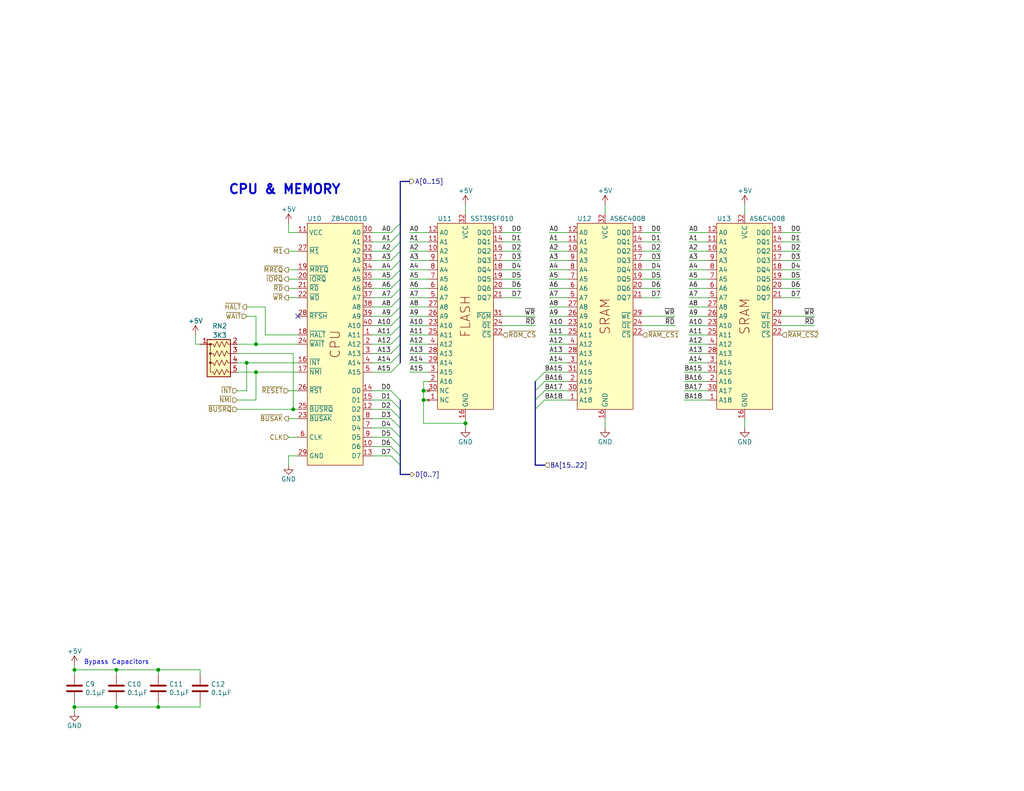
<source format=kicad_sch>
(kicad_sch (version 20230121) (generator eeschema)
  (paper "USLetter")
  (title_block (title "10MHZ Z80 with 128K FLASH and 1MB SRAM") (date "2023-08-13") (rev "V2") (company "Frédéric Segard  (@microhobbyist)"))
  (lib_symbols
    (symbol "+5V_1" (power) (pin_names (offset 0))
      (property "Value" "+5V_1" (at 0 3.556 0))
      (symbol "+5V_1_0_1"
        (polyline (pts (xy -0.762 1.27) (xy 0 2.54)))
        (polyline (pts (xy 0 0) (xy 0 2.54)))
        (polyline (pts (xy 0 2.54) (xy 0.762 1.27)))
      )
      (symbol "+5V_1_1_1"
        (pin power_in line (at 0 0 90) (length 0) hide (name "+5V") (number "1"))
      )
    )
    (symbol "0_Library:AS6C4008"
      (property "Reference" "U" (at -7.62 0.635 0))
      (property "Value" "AS6C4008" (at 1.27 0.635 0))
      (symbol "AS6C4008_0_0"
        (text "SRAM" (at 0 -25.4 900) (effects (font (size 2.54 2.54))))
        (pin power_in line (at 0 -53.34 90) (length 2.54) (name "GND") (number "16"))
        (pin power_in line (at 0 2.54 270) (length 2.54) (name "VCC") (number "32"))
      )
      (symbol "AS6C4008_0_1"
        (rectangle (start -7.62 0) (end 7.62 -50.8) (fill (type background)))
      )
      (symbol "AS6C4008_1_1"
        (pin input line (at -10.16 -48.26 0) (length 2.54) (name "A18") (number "1"))
        (pin input line (at -10.16 -7.62 0) (length 2.54) (name "A2") (number "10"))
        (pin input line (at -10.16 -5.08 0) (length 2.54) (name "A1") (number "11"))
        (pin input line (at -10.16 -2.54 0) (length 2.54) (name "A0") (number "12"))
        (pin tri_state line (at 10.16 -2.54 180) (length 2.54) (name "DQ0") (number "13"))
        (pin tri_state line (at 10.16 -5.08 180) (length 2.54) (name "DQ1") (number "14"))
        (pin tri_state line (at 10.16 -7.62 180) (length 2.54) (name "DQ2") (number "15"))
        (pin tri_state line (at 10.16 -10.16 180) (length 2.54) (name "DQ3") (number "17"))
        (pin tri_state line (at 10.16 -12.7 180) (length 2.54) (name "DQ4") (number "18"))
        (pin tri_state line (at 10.16 -15.24 180) (length 2.54) (name "DQ5") (number "19"))
        (pin input line (at -10.16 -43.18 0) (length 2.54) (name "A16") (number "2"))
        (pin tri_state line (at 10.16 -17.78 180) (length 2.54) (name "DQ6") (number "20"))
        (pin tri_state line (at 10.16 -20.32 180) (length 2.54) (name "DQ7") (number "21"))
        (pin input line (at 10.16 -30.48 180) (length 2.54) (name "~{CS}") (number "22"))
        (pin input line (at -10.16 -27.94 0) (length 2.54) (name "A10") (number "23"))
        (pin input line (at 10.16 -27.94 180) (length 2.54) (name "~{OE}") (number "24"))
        (pin input line (at -10.16 -30.48 0) (length 2.54) (name "A11") (number "25"))
        (pin input line (at -10.16 -25.4 0) (length 2.54) (name "A9") (number "26"))
        (pin input line (at -10.16 -22.86 0) (length 2.54) (name "A8") (number "27"))
        (pin input line (at -10.16 -35.56 0) (length 2.54) (name "A13") (number "28"))
        (pin input line (at 10.16 -25.4 180) (length 2.54) (name "~{WE}") (number "29"))
        (pin input line (at -10.16 -38.1 0) (length 2.54) (name "A14") (number "3"))
        (pin input line (at -10.16 -45.72 0) (length 2.54) (name "A17") (number "30"))
        (pin input line (at -10.16 -40.64 0) (length 2.54) (name "A15") (number "31"))
        (pin input line (at -10.16 -33.02 0) (length 2.54) (name "A12") (number "4"))
        (pin input line (at -10.16 -20.32 0) (length 2.54) (name "A7") (number "5"))
        (pin input line (at -10.16 -17.78 0) (length 2.54) (name "A6") (number "6"))
        (pin input line (at -10.16 -15.24 0) (length 2.54) (name "A5") (number "7"))
        (pin input line (at -10.16 -12.7 0) (length 2.54) (name "A4") (number "8"))
        (pin input line (at -10.16 -10.16 0) (length 2.54) (name "A3") (number "9"))
      )
    )
    (symbol "0_Library:SST39SF010"
      (property "Reference" "U" (at -7.62 0 0))
      (property "Value" "SST39SF010" (at 1.27 0 0))
      (symbol "SST39SF010_0_0"
        (text "FLASH" (at 0 -25.4 900) (effects (font (size 2.54 2.54))))
        (pin power_in line (at 0 -53.34 90) (length 2.54) (name "GND") (number "16"))
        (pin power_in line (at 0 2.54 270) (length 2.54) (name "VCC") (number "32"))
      )
      (symbol "SST39SF010_0_1"
        (rectangle (start -7.62 0) (end 7.62 -50.8) (fill (type background)))
      )
      (symbol "SST39SF010_1_1"
        (pin no_connect line (at -10.16 -48.26 0) (length 2.54) (name "NC") (number "1"))
        (pin input line (at -10.16 -7.62 0) (length 2.54) (name "A2") (number "10"))
        (pin input line (at -10.16 -5.08 0) (length 2.54) (name "A1") (number "11"))
        (pin input line (at -10.16 -2.54 0) (length 2.54) (name "A0") (number "12"))
        (pin tri_state line (at 10.16 -2.54 180) (length 2.54) (name "DQ0") (number "13"))
        (pin tri_state line (at 10.16 -5.08 180) (length 2.54) (name "DQ1") (number "14"))
        (pin tri_state line (at 10.16 -7.62 180) (length 2.54) (name "DQ2") (number "15"))
        (pin tri_state line (at 10.16 -10.16 180) (length 2.54) (name "DQ3") (number "17"))
        (pin tri_state line (at 10.16 -12.7 180) (length 2.54) (name "DQ4") (number "18"))
        (pin tri_state line (at 10.16 -15.24 180) (length 2.54) (name "DQ5") (number "19"))
        (pin input line (at -10.16 -43.18 0) (length 2.54) (name "A16") (number "2"))
        (pin tri_state line (at 10.16 -17.78 180) (length 2.54) (name "DQ6") (number "20"))
        (pin tri_state line (at 10.16 -20.32 180) (length 2.54) (name "DQ7") (number "21"))
        (pin input line (at 10.16 -30.48 180) (length 2.54) (name "~{CS}") (number "22"))
        (pin input line (at -10.16 -27.94 0) (length 2.54) (name "A10") (number "23"))
        (pin input line (at 10.16 -27.94 180) (length 2.54) (name "~{OE}") (number "24"))
        (pin input line (at -10.16 -30.48 0) (length 2.54) (name "A11") (number "25"))
        (pin input line (at -10.16 -25.4 0) (length 2.54) (name "A9") (number "26"))
        (pin input line (at -10.16 -22.86 0) (length 2.54) (name "A8") (number "27"))
        (pin input line (at -10.16 -35.56 0) (length 2.54) (name "A13") (number "28"))
        (pin input line (at -10.16 -38.1 0) (length 2.54) (name "A14") (number "29"))
        (pin input line (at -10.16 -40.64 0) (length 2.54) (name "A15") (number "3"))
        (pin no_connect line (at -10.16 -45.72 0) (length 2.54) (name "NC") (number "30"))
        (pin input line (at 10.16 -25.4 180) (length 2.54) (name "~{PGM}") (number "31"))
        (pin input line (at -10.16 -33.02 0) (length 2.54) (name "A12") (number "4"))
        (pin input line (at -10.16 -20.32 0) (length 2.54) (name "A7") (number "5"))
        (pin input line (at -10.16 -17.78 0) (length 2.54) (name "A6") (number "6"))
        (pin input line (at -10.16 -15.24 0) (length 2.54) (name "A5") (number "7"))
        (pin input line (at -10.16 -12.7 0) (length 2.54) (name "A4") (number "8"))
        (pin input line (at -10.16 -10.16 0) (length 2.54) (name "A3") (number "9"))
      )
    )
    (symbol "0_Library:Z84C00xx CPU"
      (property "Reference" "U" (at -7.62 1.27 0))
      (property "Value" "Z84C00xx CPU" (at 1.27 1.27 0))
      (symbol "Z84C00xx CPU_0_0"
        (text "CPU" (at 0 -33.02 900) (effects (font (size 2.54 2.54))))
      )
      (symbol "Z84C00xx CPU_0_1"
        (rectangle (start -7.62 0) (end 7.62 -66.04) (stroke (width 0.1524)) (fill (type background)))
      )
      (symbol "Z84C00xx CPU_1_1"
        (pin output line (at 10.16 -30.48 180) (length 2.54) (name "A11") (number "1"))
        (pin bidirectional line (at 10.16 -60.96 180) (length 2.54) (name "D6") (number "10"))
        (pin power_in line (at -10.16 -2.54 0) (length 2.54) (name "VCC") (number "11"))
        (pin bidirectional line (at 10.16 -50.8 180) (length 2.54) (name "D2") (number "12"))
        (pin bidirectional line (at 10.16 -63.5 180) (length 2.54) (name "D7") (number "13"))
        (pin bidirectional line (at 10.16 -45.72 180) (length 2.54) (name "D0") (number "14"))
        (pin bidirectional line (at 10.16 -48.26 180) (length 2.54) (name "D1") (number "15"))
        (pin input line (at -10.16 -38.1 0) (length 2.54) (name "~{INT}") (number "16"))
        (pin input line (at -10.16 -40.64 0) (length 2.54) (name "~{NMI}") (number "17"))
        (pin output line (at -10.16 -30.48 0) (length 2.54) (name "~{HALT}") (number "18"))
        (pin output line (at -10.16 -12.7 0) (length 2.54) (name "~{MREQ}") (number "19"))
        (pin output line (at 10.16 -33.02 180) (length 2.54) (name "A12") (number "2"))
        (pin output line (at -10.16 -15.24 0) (length 2.54) (name "~{IORQ}") (number "20"))
        (pin output line (at -10.16 -17.78 0) (length 2.54) (name "~{RD}") (number "21"))
        (pin output line (at -10.16 -20.32 0) (length 2.54) (name "~{WD}") (number "22"))
        (pin output line (at -10.16 -53.34 0) (length 2.54) (name "~{BUSAK}") (number "23"))
        (pin input line (at -10.16 -33.02 0) (length 2.54) (name "~{WAIT}") (number "24"))
        (pin input line (at -10.16 -50.8 0) (length 2.54) (name "~{BUSRQ}") (number "25"))
        (pin input line (at -10.16 -45.72 0) (length 2.54) (name "~{RST}") (number "26"))
        (pin output line (at -10.16 -7.62 0) (length 2.54) (name "~{M1}") (number "27"))
        (pin output line (at -10.16 -25.4 0) (length 2.54) (name "~{RFSH}") (number "28"))
        (pin power_in line (at -10.16 -63.5 0) (length 2.54) (name "GND") (number "29"))
        (pin output line (at 10.16 -35.56 180) (length 2.54) (name "A13") (number "3"))
        (pin output line (at 10.16 -2.54 180) (length 2.54) (name "A0") (number "30"))
        (pin output line (at 10.16 -5.08 180) (length 2.54) (name "A1") (number "31"))
        (pin output line (at 10.16 -7.62 180) (length 2.54) (name "A2") (number "32"))
        (pin output line (at 10.16 -10.16 180) (length 2.54) (name "A3") (number "33"))
        (pin output line (at 10.16 -12.7 180) (length 2.54) (name "A4") (number "34"))
        (pin output line (at 10.16 -15.24 180) (length 2.54) (name "A5") (number "35"))
        (pin output line (at 10.16 -17.78 180) (length 2.54) (name "A6") (number "36"))
        (pin output line (at 10.16 -20.32 180) (length 2.54) (name "A7") (number "37"))
        (pin output line (at 10.16 -22.86 180) (length 2.54) (name "A8") (number "38"))
        (pin output line (at 10.16 -25.4 180) (length 2.54) (name "A9") (number "39"))
        (pin output line (at 10.16 -38.1 180) (length 2.54) (name "A14") (number "4"))
        (pin output line (at 10.16 -27.94 180) (length 2.54) (name "A10") (number "40"))
        (pin output line (at 10.16 -40.64 180) (length 2.54) (name "A15") (number "5"))
        (pin input line (at -10.16 -58.42 0) (length 2.54) (name "CLK") (number "6"))
        (pin bidirectional line (at 10.16 -55.88 180) (length 2.54) (name "D4") (number "7"))
        (pin bidirectional line (at 10.16 -53.34 180) (length 2.54) (name "D3") (number "8"))
        (pin bidirectional line (at 10.16 -58.42 180) (length 2.54) (name "D5") (number "9"))
      )
    )
    (symbol "Device:C" (pin_numbers hide) (pin_names (offset 0.254))
      (property "Reference" "C" (at 0.635 2.54 0))
      (property "Value" "C" (at 0.635 -2.54 0))
      (symbol "C_0_1"
        (polyline (pts (xy -2.032 -0.762) (xy 2.032 -0.762)) (stroke (width 0.508)))
        (polyline (pts (xy -2.032 0.762) (xy 2.032 0.762)) (stroke (width 0.508)))
      )
      (symbol "C_1_1"
        (pin passive line (at 0 3.81 270) (length 2.794) (name "~") (number "1"))
        (pin passive line (at 0 -3.81 90) (length 2.794) (name "~") (number "2"))
      )
    )
    (symbol "Device:R_Network04_US" (pin_names (offset 0) hide)
      (property "Reference" "RN" (at -7.62 0 90))
      (property "Value" "R_Network04_US" (at 5.08 0 90))
      (symbol "R_Network04_US_0_1"
        (rectangle (start -6.35 -3.175) (end 3.81 3.175) (stroke (width 0.254)) (fill (type background)))
        (circle (center -5.08 2.286) (radius 0.254) (fill (type outline)))
        (circle (center -2.54 2.286) (radius 0.254) (fill (type outline)))
        (polyline (pts (xy -5.08 2.286) (xy 2.54 2.286)))
        (polyline (pts (xy -5.08 2.286) (xy -5.08 1.524) (xy -4.318 1.1684) (xy -5.842 0.508) (xy -4.318 -0.1524) (xy -5.842 -0.8382) (xy -4.318 -1.524) (xy -5.842 -2.1844) (xy -5.08 -2.54) (xy -5.08 -3.81)))
        (polyline (pts (xy -2.54 2.286) (xy -2.54 1.524) (xy -1.778 1.1684) (xy -3.302 0.508) (xy -1.778 -0.1524) (xy -3.302 -0.8382) (xy -1.778 -1.524) (xy -3.302 -2.1844) (xy -2.54 -2.54) (xy -2.54 -3.81)))
        (polyline (pts (xy 0 2.286) (xy 0 1.524) (xy 0.762 1.1684) (xy -0.762 0.508) (xy 0.762 -0.1524) (xy -0.762 -0.8382) (xy 0.762 -1.524) (xy -0.762 -2.1844) (xy 0 -2.54) (xy 0 -3.81)))
        (polyline (pts (xy 2.54 2.286) (xy 2.54 1.524) (xy 3.302 1.1684) (xy 1.778 0.508) (xy 3.302 -0.1524) (xy 1.778 -0.8382) (xy 3.302 -1.524) (xy 1.778 -2.1844) (xy 2.54 -2.54) (xy 2.54 -3.81)))
        (circle (center 0 2.286) (radius 0.254) (fill (type outline)))
      )
      (symbol "R_Network04_US_1_1"
        (pin passive line (at -5.08 5.08 270) (length 2.54) (name "common") (number "1"))
        (pin passive line (at -5.08 -5.08 90) (length 1.27) (name "R1") (number "2"))
        (pin passive line (at -2.54 -5.08 90) (length 1.27) (name "R2") (number "3"))
        (pin passive line (at 0 -5.08 90) (length 1.27) (name "R3") (number "4"))
        (pin passive line (at 2.54 -5.08 90) (length 1.27) (name "R4") (number "5"))
      )
    )
    (symbol "GND_1" (power) (pin_names (offset 0))
      (property "Value" "GND_1" (at 0 -3.81 0))
      (symbol "GND_1_0_1"
        (polyline (pts (xy 0 0) (xy 0 -1.27) (xy 1.27 -1.27) (xy 0 -2.54) (xy -1.27 -1.27) (xy 0 -1.27)))
      )
      (symbol "GND_1_1_1"
        (pin power_in line (at 0 0 270) (length 0) hide (name "GND") (number "1"))
      )
    )
  )
  (junction (at 43.18 182.88))
  (junction (at 69.85 101.6))
  (junction (at 20.32 182.88))
  (junction (at 115.57 109.22))
  (junction (at 127 115.57))
  (junction (at 67.31 99.06))
  (junction (at 43.18 193.04))
  (junction (at 31.75 182.88))
  (junction (at 20.32 193.04))
  (junction (at 80.01 111.76))
  (junction (at 69.85 93.98))
  (junction (at 31.75 193.04))
  (junction (at 115.57 106.68))
  (no_connect (at 81.28 86.36))
  (bus_entry (at 106.68 96.52) (size 2.54 -2.54))
  (bus_entry (at 106.68 73.66) (size 2.54 -2.54))
  (bus_entry (at 109.22 114.3) (size -2.54 -2.54))
  (bus_entry (at 106.68 76.2) (size 2.54 -2.54))
  (bus_entry (at 106.68 88.9) (size 2.54 -2.54))
  (bus_entry (at 106.68 78.74) (size 2.54 -2.54))
  (bus_entry (at 146.05 111.76) (size 2.54 -2.54))
  (bus_entry (at 109.22 127) (size -2.54 -2.54))
  (bus_entry (at 146.05 106.68) (size 2.54 -2.54))
  (bus_entry (at 106.68 83.82) (size 2.54 -2.54))
  (bus_entry (at 106.68 63.5) (size 2.54 -2.54))
  (bus_entry (at 106.68 66.04) (size 2.54 -2.54))
  (bus_entry (at 109.22 116.84) (size -2.54 -2.54))
  (bus_entry (at 106.68 71.12) (size 2.54 -2.54))
  (bus_entry (at 109.22 109.22) (size -2.54 -2.54))
  (bus_entry (at 106.68 86.36) (size 2.54 -2.54))
  (bus_entry (at 109.22 121.92) (size -2.54 -2.54))
  (bus_entry (at 106.68 68.58) (size 2.54 -2.54))
  (bus_entry (at 106.68 101.6) (size 2.54 -2.54))
  (bus_entry (at 146.05 104.14) (size 2.54 -2.54))
  (bus_entry (at 106.68 93.98) (size 2.54 -2.54))
  (bus_entry (at 146.05 109.22) (size 2.54 -2.54))
  (bus_entry (at 106.68 99.06) (size 2.54 -2.54))
  (bus_entry (at 106.68 91.44) (size 2.54 -2.54))
  (bus_entry (at 106.68 81.28) (size 2.54 -2.54))
  (bus_entry (at 109.22 124.46) (size -2.54 -2.54))
  (bus_entry (at 109.22 111.76) (size -2.54 -2.54))
  (bus_entry (at 109.22 119.38) (size -2.54 -2.54))
  (wire (pts (xy 154.94 81.28) (xy 149.86 81.28)))
  (wire (pts (xy 213.36 73.66) (xy 218.44 73.66)))
  (wire (pts (xy 53.34 91.44) (xy 53.34 93.98)))
  (wire (pts (xy 137.16 73.66) (xy 142.24 73.66)))
  (wire (pts (xy 175.26 86.36) (xy 184.15 86.36)))
  (wire (pts (xy 116.84 66.04) (xy 111.76 66.04)))
  (wire (pts (xy 116.84 106.68) (xy 115.57 106.68)))
  (wire (pts (xy 101.6 81.28) (xy 106.68 81.28)))
  (wire (pts (xy 54.61 93.98) (xy 53.34 93.98)))
  (wire (pts (xy 78.74 119.38) (xy 81.28 119.38)))
  (wire (pts (xy 101.6 101.6) (xy 106.68 101.6)))
  (bus (pts (xy 109.22 78.74) (xy 109.22 76.2)))
  (wire (pts (xy 116.84 81.28) (xy 111.76 81.28)))
  (wire (pts (xy 67.31 83.82) (xy 72.39 83.82)))
  (wire (pts (xy 78.74 73.66) (xy 81.28 73.66)))
  (wire (pts (xy 175.26 88.9) (xy 184.15 88.9)))
  (bus (pts (xy 146.05 104.14) (xy 146.05 106.68)))
  (wire (pts (xy 54.61 191.77) (xy 54.61 193.04)))
  (wire (pts (xy 203.2 55.88) (xy 203.2 58.42)))
  (wire (pts (xy 116.84 78.74) (xy 111.76 78.74)))
  (wire (pts (xy 175.26 63.5) (xy 180.34 63.5)))
  (wire (pts (xy 20.32 191.77) (xy 20.32 193.04)))
  (bus (pts (xy 109.22 88.9) (xy 109.22 86.36)))
  (wire (pts (xy 101.6 119.38) (xy 106.68 119.38)))
  (wire (pts (xy 154.94 88.9) (xy 149.86 88.9)))
  (wire (pts (xy 101.6 111.76) (xy 106.68 111.76)))
  (wire (pts (xy 31.75 182.88) (xy 20.32 182.88)))
  (wire (pts (xy 116.84 73.66) (xy 111.76 73.66)))
  (bus (pts (xy 109.22 121.92) (xy 109.22 124.46)))
  (wire (pts (xy 213.36 63.5) (xy 218.44 63.5)))
  (wire (pts (xy 154.94 73.66) (xy 149.86 73.66)))
  (wire (pts (xy 116.84 91.44) (xy 111.76 91.44)))
  (wire (pts (xy 115.57 104.14) (xy 116.84 104.14)))
  (wire (pts (xy 43.18 193.04) (xy 54.61 193.04)))
  (wire (pts (xy 116.84 68.58) (xy 111.76 68.58)))
  (wire (pts (xy 115.57 106.68) (xy 115.57 109.22)))
  (wire (pts (xy 31.75 193.04) (xy 43.18 193.04)))
  (wire (pts (xy 101.6 99.06) (xy 106.68 99.06)))
  (wire (pts (xy 154.94 71.12) (xy 149.86 71.12)))
  (wire (pts (xy 78.74 114.3) (xy 81.28 114.3)))
  (wire (pts (xy 165.1 55.88) (xy 165.1 58.42)))
  (wire (pts (xy 72.39 83.82) (xy 72.39 91.44)))
  (bus (pts (xy 109.22 99.06) (xy 109.22 96.52)))
  (wire (pts (xy 154.94 78.74) (xy 149.86 78.74)))
  (wire (pts (xy 154.94 66.04) (xy 149.86 66.04)))
  (wire (pts (xy 154.94 83.82) (xy 149.86 83.82)))
  (wire (pts (xy 101.6 66.04) (xy 106.68 66.04)))
  (wire (pts (xy 67.31 86.36) (xy 69.85 86.36)))
  (wire (pts (xy 64.77 96.52) (xy 80.01 96.52)))
  (wire (pts (xy 43.18 182.88) (xy 31.75 182.88)))
  (wire (pts (xy 186.69 109.22) (xy 193.04 109.22)))
  (bus (pts (xy 109.22 109.22) (xy 109.22 111.76)))
  (wire (pts (xy 20.32 193.04) (xy 31.75 193.04)))
  (wire (pts (xy 175.26 76.2) (xy 180.34 76.2)))
  (wire (pts (xy 64.77 93.98) (xy 69.85 93.98)))
  (wire (pts (xy 78.74 68.58) (xy 81.28 68.58)))
  (wire (pts (xy 116.84 101.6) (xy 111.76 101.6)))
  (wire (pts (xy 20.32 182.88) (xy 20.32 184.15)))
  (wire (pts (xy 193.04 93.98) (xy 187.96 93.98)))
  (wire (pts (xy 72.39 91.44) (xy 81.28 91.44)))
  (wire (pts (xy 81.28 63.5) (xy 78.74 63.5)))
  (wire (pts (xy 80.01 111.76) (xy 80.01 96.52)))
  (wire (pts (xy 64.77 101.6) (xy 69.85 101.6)))
  (wire (pts (xy 193.04 86.36) (xy 187.96 86.36)))
  (wire (pts (xy 80.01 111.76) (xy 81.28 111.76)))
  (wire (pts (xy 213.36 88.9) (xy 222.25 88.9)))
  (wire (pts (xy 101.6 71.12) (xy 106.68 71.12)))
  (wire (pts (xy 213.36 86.36) (xy 222.25 86.36)))
  (wire (pts (xy 127 114.3) (xy 127 115.57)))
  (wire (pts (xy 69.85 101.6) (xy 81.28 101.6)))
  (wire (pts (xy 213.36 78.74) (xy 218.44 78.74)))
  (bus (pts (xy 109.22 91.44) (xy 109.22 88.9)))
  (wire (pts (xy 186.69 101.6) (xy 193.04 101.6)))
  (wire (pts (xy 137.16 63.5) (xy 142.24 63.5)))
  (wire (pts (xy 193.04 68.58) (xy 187.96 68.58)))
  (wire (pts (xy 146.05 88.9) (xy 137.16 88.9)))
  (bus (pts (xy 109.22 83.82) (xy 109.22 81.28)))
  (wire (pts (xy 213.36 81.28) (xy 218.44 81.28)))
  (wire (pts (xy 154.94 93.98) (xy 149.86 93.98)))
  (wire (pts (xy 115.57 115.57) (xy 127 115.57)))
  (wire (pts (xy 175.26 66.04) (xy 180.34 66.04)))
  (wire (pts (xy 20.32 193.04) (xy 20.32 194.31)))
  (wire (pts (xy 43.18 184.15) (xy 43.18 182.88)))
  (wire (pts (xy 203.2 114.3) (xy 203.2 116.84)))
  (bus (pts (xy 109.22 73.66) (xy 109.22 71.12)))
  (wire (pts (xy 78.74 81.28) (xy 81.28 81.28)))
  (wire (pts (xy 175.26 73.66) (xy 180.34 73.66)))
  (wire (pts (xy 154.94 99.06) (xy 149.86 99.06)))
  (wire (pts (xy 154.94 63.5) (xy 149.86 63.5)))
  (wire (pts (xy 64.77 109.22) (xy 69.85 109.22)))
  (wire (pts (xy 81.28 124.46) (xy 78.74 124.46)))
  (bus (pts (xy 109.22 129.54) (xy 111.76 129.54)))
  (wire (pts (xy 193.04 73.66) (xy 187.96 73.66)))
  (wire (pts (xy 69.85 93.98) (xy 69.85 86.36)))
  (bus (pts (xy 146.05 127) (xy 148.59 127)))
  (wire (pts (xy 193.04 78.74) (xy 187.96 78.74)))
  (wire (pts (xy 101.6 114.3) (xy 106.68 114.3)))
  (wire (pts (xy 213.36 68.58) (xy 218.44 68.58)))
  (bus (pts (xy 146.05 109.22) (xy 146.05 111.76)))
  (wire (pts (xy 148.59 109.22) (xy 154.94 109.22)))
  (wire (pts (xy 116.84 71.12) (xy 111.76 71.12)))
  (wire (pts (xy 69.85 93.98) (xy 81.28 93.98)))
  (wire (pts (xy 154.94 68.58) (xy 149.86 68.58)))
  (wire (pts (xy 78.74 106.68) (xy 81.28 106.68)))
  (wire (pts (xy 175.26 68.58) (xy 180.34 68.58)))
  (wire (pts (xy 101.6 78.74) (xy 106.68 78.74)))
  (wire (pts (xy 148.59 104.14) (xy 154.94 104.14)))
  (wire (pts (xy 115.57 109.22) (xy 116.84 109.22)))
  (wire (pts (xy 31.75 191.77) (xy 31.75 193.04)))
  (wire (pts (xy 213.36 76.2) (xy 218.44 76.2)))
  (wire (pts (xy 193.04 99.06) (xy 187.96 99.06)))
  (wire (pts (xy 116.84 99.06) (xy 111.76 99.06)))
  (wire (pts (xy 116.84 86.36) (xy 111.76 86.36)))
  (wire (pts (xy 101.6 73.66) (xy 106.68 73.66)))
  (bus (pts (xy 146.05 111.76) (xy 146.05 127)))
  (wire (pts (xy 78.74 60.96) (xy 78.74 63.5)))
  (bus (pts (xy 109.22 63.5) (xy 109.22 60.96)))
  (wire (pts (xy 186.69 106.68) (xy 193.04 106.68)))
  (wire (pts (xy 64.77 111.76) (xy 80.01 111.76)))
  (bus (pts (xy 109.22 114.3) (xy 109.22 116.84)))
  (wire (pts (xy 116.84 93.98) (xy 111.76 93.98)))
  (wire (pts (xy 127 55.88) (xy 127 58.42)))
  (wire (pts (xy 101.6 93.98) (xy 106.68 93.98)))
  (wire (pts (xy 101.6 124.46) (xy 106.68 124.46)))
  (wire (pts (xy 137.16 71.12) (xy 142.24 71.12)))
  (bus (pts (xy 109.22 127) (xy 109.22 129.54)))
  (wire (pts (xy 193.04 71.12) (xy 187.96 71.12)))
  (wire (pts (xy 64.77 106.68) (xy 67.31 106.68)))
  (wire (pts (xy 69.85 101.6) (xy 69.85 109.22)))
  (wire (pts (xy 193.04 76.2) (xy 187.96 76.2)))
  (wire (pts (xy 54.61 182.88) (xy 43.18 182.88)))
  (bus (pts (xy 109.22 116.84) (xy 109.22 119.38)))
  (wire (pts (xy 154.94 91.44) (xy 149.86 91.44)))
  (wire (pts (xy 101.6 86.36) (xy 106.68 86.36)))
  (wire (pts (xy 213.36 71.12) (xy 218.44 71.12)))
  (wire (pts (xy 101.6 63.5) (xy 106.68 63.5)))
  (wire (pts (xy 175.26 78.74) (xy 180.34 78.74)))
  (wire (pts (xy 127 115.57) (xy 127 116.84)))
  (bus (pts (xy 109.22 68.58) (xy 109.22 66.04)))
  (wire (pts (xy 101.6 121.92) (xy 106.68 121.92)))
  (bus (pts (xy 109.22 119.38) (xy 109.22 121.92)))
  (bus (pts (xy 109.22 86.36) (xy 109.22 83.82)))
  (wire (pts (xy 137.16 86.36) (xy 146.05 86.36)))
  (wire (pts (xy 101.6 91.44) (xy 106.68 91.44)))
  (bus (pts (xy 109.22 93.98) (xy 109.22 91.44)))
  (wire (pts (xy 154.94 76.2) (xy 149.86 76.2)))
  (wire (pts (xy 137.16 66.04) (xy 142.24 66.04)))
  (bus (pts (xy 109.22 66.04) (xy 109.22 63.5)))
  (bus (pts (xy 109.22 60.96) (xy 109.22 49.53)))
  (wire (pts (xy 116.84 83.82) (xy 111.76 83.82)))
  (wire (pts (xy 193.04 88.9) (xy 187.96 88.9)))
  (wire (pts (xy 148.59 101.6) (xy 154.94 101.6)))
  (wire (pts (xy 175.26 81.28) (xy 180.34 81.28)))
  (wire (pts (xy 148.59 106.68) (xy 154.94 106.68)))
  (wire (pts (xy 137.16 78.74) (xy 142.24 78.74)))
  (wire (pts (xy 101.6 96.52) (xy 106.68 96.52)))
  (wire (pts (xy 67.31 99.06) (xy 67.31 106.68)))
  (wire (pts (xy 115.57 104.14) (xy 115.57 106.68)))
  (wire (pts (xy 165.1 114.3) (xy 165.1 116.84)))
  (wire (pts (xy 115.57 109.22) (xy 115.57 115.57)))
  (wire (pts (xy 193.04 96.52) (xy 187.96 96.52)))
  (wire (pts (xy 116.84 63.5) (xy 111.76 63.5)))
  (wire (pts (xy 101.6 109.22) (xy 106.68 109.22)))
  (wire (pts (xy 213.36 66.04) (xy 218.44 66.04)))
  (wire (pts (xy 193.04 83.82) (xy 187.96 83.82)))
  (bus (pts (xy 146.05 106.68) (xy 146.05 109.22)))
  (wire (pts (xy 31.75 184.15) (xy 31.75 182.88)))
  (bus (pts (xy 109.22 96.52) (xy 109.22 93.98)))
  (wire (pts (xy 193.04 66.04) (xy 187.96 66.04)))
  (wire (pts (xy 193.04 63.5) (xy 187.96 63.5)))
  (bus (pts (xy 109.22 111.76) (xy 109.22 114.3)))
  (wire (pts (xy 101.6 106.68) (xy 106.68 106.68)))
  (wire (pts (xy 20.32 181.61) (xy 20.32 182.88)))
  (wire (pts (xy 43.18 191.77) (xy 43.18 193.04)))
  (bus (pts (xy 109.22 124.46) (xy 109.22 127)))
  (bus (pts (xy 109.22 49.53) (xy 111.76 49.53)))
  (wire (pts (xy 193.04 81.28) (xy 187.96 81.28)))
  (wire (pts (xy 64.77 99.06) (xy 67.31 99.06)))
  (wire (pts (xy 101.6 68.58) (xy 106.68 68.58)))
  (wire (pts (xy 175.26 71.12) (xy 180.34 71.12)))
  (wire (pts (xy 78.74 76.2) (xy 81.28 76.2)))
  (wire (pts (xy 54.61 184.15) (xy 54.61 182.88)))
  (wire (pts (xy 116.84 96.52) (xy 111.76 96.52)))
  (bus (pts (xy 109.22 81.28) (xy 109.22 78.74)))
  (wire (pts (xy 101.6 88.9) (xy 106.68 88.9)))
  (wire (pts (xy 137.16 76.2) (xy 142.24 76.2)))
  (wire (pts (xy 101.6 116.84) (xy 106.68 116.84)))
  (wire (pts (xy 137.16 81.28) (xy 142.24 81.28)))
  (bus (pts (xy 109.22 76.2) (xy 109.22 73.66)))
  (wire (pts (xy 101.6 83.82) (xy 106.68 83.82)))
  (wire (pts (xy 154.94 96.52) (xy 149.86 96.52)))
  (wire (pts (xy 137.16 68.58) (xy 142.24 68.58)))
  (wire (pts (xy 186.69 104.14) (xy 193.04 104.14)))
  (wire (pts (xy 193.04 91.44) (xy 187.96 91.44)))
  (wire (pts (xy 78.74 78.74) (xy 81.28 78.74)))
  (wire (pts (xy 116.84 76.2) (xy 111.76 76.2)))
  (wire (pts (xy 154.94 86.36) (xy 149.86 86.36)))
  (wire (pts (xy 67.31 99.06) (xy 81.28 99.06)))
  (wire (pts (xy 78.74 124.46) (xy 78.74 127)))
  (wire (pts (xy 116.84 88.9) (xy 111.76 88.9)))
  (wire (pts (xy 101.6 76.2) (xy 106.68 76.2)))
  (bus (pts (xy 109.22 71.12) (xy 109.22 68.58)))
  (text "CPU & MEMORY" (at 62.23 53.34 0) (effects (font (size 2.54 2.54) (thickness 0.508) bold) (justify left bottom)))
  (text "Bypass Capacitors" (at 22.86 181.61 0) (effects (font (size 1.27 1.27)) (justify left bottom)))
  (label "D4" (at 142.24 73.66 180))
  (label "D5" (at 218.44 76.2 180))
  (label "A12" (at 149.86 93.98 0))
  (label "A8" (at 149.86 83.82 0))
  (label "~{RD}" (at 146.05 88.9 180))
  (label "~{RD}" (at 222.25 88.9 180))
  (label "A2" (at 106.68 68.58 180))
  (label "~{RD}" (at 184.15 88.9 180))
  (label "A5" (at 187.96 76.2 0))
  (label "A1" (at 106.68 66.04 180))
  (label "A10" (at 106.68 88.9 180))
  (label "A7" (at 106.68 81.28 180))
  (label "A2" (at 187.96 68.58 0))
  (label "A3" (at 106.68 71.12 180))
  (label "D5" (at 106.68 119.38 180))
  (label "A9" (at 187.96 86.36 0))
  (label "D0" (at 218.44 63.5 180))
  (label "A6" (at 106.68 78.74 180))
  (label "D2" (at 180.34 68.58 180))
  (label "A11" (at 111.76 91.44 0))
  (label "BA16" (at 148.59 104.14 0))
  (label "D0" (at 142.24 63.5 180))
  (label "D6" (at 142.24 78.74 180))
  (label "~{WR}" (at 222.25 86.36 180))
  (label "A15" (at 106.68 101.6 180))
  (label "D7" (at 142.24 81.28 180))
  (label "A1" (at 187.96 66.04 0))
  (label "A7" (at 149.86 81.28 0))
  (label "A13" (at 187.96 96.52 0))
  (label "A4" (at 111.76 73.66 0))
  (label "A0" (at 187.96 63.5 0))
  (label "D7" (at 218.44 81.28 180))
  (label "D0" (at 106.68 106.68 180))
  (label "A9" (at 111.76 86.36 0))
  (label "D3" (at 180.34 71.12 180))
  (label "D0" (at 180.34 63.5 180))
  (label "A4" (at 187.96 73.66 0))
  (label "D4" (at 218.44 73.66 180))
  (label "A1" (at 111.76 66.04 0))
  (label "A4" (at 149.86 73.66 0))
  (label "BA15" (at 148.59 101.6 0))
  (label "A8" (at 111.76 83.82 0))
  (label "A9" (at 149.86 86.36 0))
  (label "BA17" (at 186.69 106.68 0))
  (label "D3" (at 142.24 71.12 180))
  (label "~{WR}" (at 146.05 86.36 180))
  (label "A3" (at 187.96 71.12 0))
  (label "A12" (at 187.96 93.98 0))
  (label "D4" (at 180.34 73.66 180))
  (label "D1" (at 106.68 109.22 180))
  (label "A8" (at 106.68 83.82 180))
  (label "D4" (at 106.68 116.84 180))
  (label "A9" (at 106.68 86.36 180))
  (label "A4" (at 106.68 73.66 180))
  (label "A13" (at 111.76 96.52 0))
  (label "A2" (at 149.86 68.58 0))
  (label "A2" (at 111.76 68.58 0))
  (label "D3" (at 218.44 71.12 180))
  (label "BA18" (at 148.59 109.22 0))
  (label "A7" (at 111.76 81.28 0))
  (label "D6" (at 180.34 78.74 180))
  (label "A14" (at 111.76 99.06 0))
  (label "A5" (at 106.68 76.2 180))
  (label "D1" (at 180.34 66.04 180))
  (label "A10" (at 149.86 88.9 0))
  (label "A14" (at 187.96 99.06 0))
  (label "A11" (at 106.68 91.44 180))
  (label "D5" (at 180.34 76.2 180))
  (label "A8" (at 187.96 83.82 0))
  (label "D2" (at 106.68 111.76 180))
  (label "A1" (at 149.86 66.04 0))
  (label "A13" (at 106.68 96.52 180))
  (label "A7" (at 187.96 81.28 0))
  (label "A5" (at 149.86 76.2 0))
  (label "A3" (at 149.86 71.12 0))
  (label "A5" (at 111.76 76.2 0))
  (label "A11" (at 187.96 91.44 0))
  (label "A12" (at 111.76 93.98 0))
  (label "A14" (at 106.68 99.06 180))
  (label "D6" (at 218.44 78.74 180))
  (label "D2" (at 142.24 68.58 180))
  (label "A6" (at 187.96 78.74 0))
  (label "A14" (at 149.86 99.06 0))
  (label "BA16" (at 186.69 104.14 0))
  (label "A0" (at 106.68 63.5 180))
  (label "A15" (at 111.76 101.6 0))
  (label "A13" (at 149.86 96.52 0))
  (label "D7" (at 106.68 124.46 180))
  (label "A6" (at 149.86 78.74 0))
  (label "D1" (at 218.44 66.04 180))
  (label "A0" (at 149.86 63.5 0))
  (label "BA15" (at 186.69 101.6 0))
  (label "~{WR}" (at 184.15 86.36 180))
  (label "A12" (at 106.68 93.98 180))
  (label "A0" (at 111.76 63.5 0))
  (label "BA17" (at 148.59 106.68 0))
  (label "BA18" (at 186.69 109.22 0))
  (label "A10" (at 111.76 88.9 0))
  (label "A6" (at 111.76 78.74 0))
  (label "D1" (at 142.24 66.04 180))
  (label "A10" (at 187.96 88.9 0))
  (label "D5" (at 142.24 76.2 180))
  (label "A11" (at 149.86 91.44 0))
  (label "D6" (at 106.68 121.92 180))
  (label "D7" (at 180.34 81.28 180))
  (label "D2" (at 218.44 68.58 180))
  (label "A3" (at 111.76 71.12 0))
  (label "D3" (at 106.68 114.3 180))
  (hierarchical_label "~{HALT}" (shape output) (at 67.31 83.82 180))
  (hierarchical_label "~{WAIT}" (shape input) (at 67.31 86.36 180))
  (hierarchical_label "D[0..7]" (shape bidirectional) (at 111.76 129.54 0))
  (hierarchical_label "~{INT}" (shape input) (at 64.77 106.68 180))
  (hierarchical_label "~{M1}" (shape output) (at 78.74 68.58 180))
  (hierarchical_label "~{MREQ}" (shape output) (at 78.74 73.66 180))
  (hierarchical_label "CLK" (shape input) (at 78.74 119.38 180))
  (hierarchical_label "~{RD}" (shape output) (at 78.74 78.74 180))
  (hierarchical_label "~{BUSRQ}" (shape input) (at 64.77 111.76 180))
  (hierarchical_label "~{ROM_CS}" (shape input) (at 137.16 91.44 0))
  (hierarchical_label "~{RAM_CS1}" (shape input) (at 175.26 91.44 0))
  (hierarchical_label "~{WR}" (shape output) (at 78.74 81.28 180))
  (hierarchical_label "~{RESET}" (shape input) (at 78.74 106.68 180))
  (hierarchical_label "A[0..15]" (shape output) (at 111.76 49.53 0))
  (hierarchical_label "~{NMI}" (shape input) (at 64.77 109.22 180))
  (hierarchical_label "~{RAM_CS2}" (shape input) (at 213.36 91.44 0))
  (hierarchical_label "BA[15..22]" (shape input) (at 148.59 127 0))
  (hierarchical_label "~{BUSAK}" (shape output) (at 78.74 114.3 180))
  (hierarchical_label "~{IORQ}" (shape output) (at 78.74 76.2 180))
  (symbol (lib_id "Device:C") (at 43.18 187.96 0) (unit 1)
    (property "Reference" "C11" (at 46.101 186.7916 0) (effects (justify left)))
    (property "Value" "0.1µF" (at 46.101 189.103 0) (effects (justify left)))
    (property "Footprint" "Capacitor_THT:C_Disc_D3.0mm_W1.6mm_P2.50mm" (effects hide))
    (instances (project "2 - CPU and memory card with the essential peripherals" (path "" (reference "C11") (unit 1))) (project "" (path "" (reference "C?") (unit 1))))
  )
  (symbol (lib_name "GND_1") (lib_id "power:GND") (at 203.2 116.84 0) (unit 1)
    (property "Reference" "#PWR?" (effects hide))
    (property "Value" "GND" (at 203.2 120.65 0))
    (instances (project "2 - CPU and memory card with the essential peripherals" (path "" (reference "#PWR?") (unit 1)) (path "" (reference "#PWR036") (unit 1)) (path "" (reference "#PWR044") (unit 1))))
  )
  (symbol (lib_id "Device:R_Network04_US") (at 59.69 99.06 90) (mirror x) (unit 1)
    (property "Reference" "RN2" (at 59.944 89.0102 90))
    (property "Value" "3K3" (at 59.944 91.5471 90))
    (property "Footprint" "Resistor_THT:R_Array_SIP5" (effects hide))
    (property "Datasheet" "http://www.vishay.com/docs/31509/csc.pdf" (effects hide))
    (instances (project "2 - CPU and memory card with the essential peripherals" (path "" (reference "RN2") (unit 1))) (project "" (path "" (reference "RN?") (unit 1))))
  )
  (symbol (lib_name "GND_1") (lib_id "power:GND") (at 165.1 116.84 0) (unit 1)
    (property "Reference" "#PWR?" (effects hide))
    (property "Value" "GND" (at 165.1 120.65 0))
    (instances (project "2 - CPU and memory card with the essential peripherals" (path "" (reference "#PWR?") (unit 1)) (path "" (reference "#PWR036") (unit 1)) (path "" (reference "#PWR043") (unit 1))))
  )
  (symbol (lib_name "GND_1") (lib_id "power:GND") (at 20.32 194.31 0) (unit 1)
    (property "Reference" "#PWR?" (effects hide))
    (property "Value" "GND" (at 20.32 198.12 0))
    (instances (project "2 - CPU and memory card with the essential peripherals" (path "" (reference "#PWR?") (unit 1)) (path "" (reference "#PWR036") (unit 1)) (path "" (reference "#PWR047") (unit 1))))
  )
  (symbol (lib_id "0_Library:Z84C00xx CPU") (at 91.44 60.96 0) (unit 1)
    (property "Reference" "U10" (at 83.82 59.69 0) (effects (justify left)))
    (property "Value" "Z84C0010" (at 95.25 59.69 0))
    (property "Footprint" "Package_DIP:DIP-40_W15.24mm_Socket" (effects hide))
    (property "Datasheet" "https://www.mouser.ca/datasheet/2/240/ps0178-2584834.pdf" (effects hide))
    (instances (project "2 - CPU and memory card with the essential peripherals" (path "" (reference "U10") (unit 1))) (project "" (path "" (reference "U?") (unit 1))))
  )
  (symbol (lib_name "+5V_1") (lib_id "power:+5V") (at 127 55.88 0) (unit 1)
    (property "Reference" "#PWR024" (effects hide))
    (property "Value" "+5V" (at 127 52.07 0))
  )
  (symbol (lib_id "Device:C") (at 54.61 187.96 0) (unit 1)
    (property "Reference" "C12" (at 57.531 186.7916 0) (effects (justify left)))
    (property "Value" "0.1µF" (at 57.531 189.103 0) (effects (justify left)))
    (property "Footprint" "Capacitor_THT:C_Disc_D3.0mm_W1.6mm_P2.50mm" (effects hide))
    (instances (project "2 - CPU and memory card with the essential peripherals" (path "" (reference "C12") (unit 1))) (project "" (path "" (reference "C?") (unit 1))))
  )
  (symbol (lib_name "GND_1") (lib_id "power:GND") (at 78.74 127 0) (unit 1)
    (property "Reference" "#PWR?" (effects hide))
    (property "Value" "GND" (at 78.74 130.81 0))
    (instances (project "2 - CPU and memory card with the essential peripherals" (path "" (reference "#PWR?") (unit 1)) (path "" (reference "#PWR036") (unit 1)) (path "" (reference "#PWR045") (unit 1))))
  )
  (symbol (lib_name "+5V_1") (lib_id "power:+5V") (at 20.32 181.61 0) (unit 1)
    (property "Reference" "#PWR096" (effects hide))
    (property "Value" "+5V" (at 20.32 177.8 0))
  )
  (symbol (lib_id "0_Library:AS6C4008") (at 203.2 60.96 0) (unit 1)
    (property "Reference" "U13" (at 195.58 59.69 0) (effects (justify left)))
    (property "Value" "AS6C4008" (at 204.47 59.69 0) (effects (justify left)))
    (property "Footprint" "Package_DIP:DIP-32_W15.24mm" (effects hide))
    (property "Datasheet" "https://www.alliancememory.com/wp-content/uploads/pdf/AS6C4008.pdf" (effects hide))
    (instances (project "2 - CPU and memory card with the essential peripherals" (path "" (reference "U13") (unit 1))) (project "" (path "" (reference "U?") (unit 1))))
  )
  (symbol (lib_id "0_Library:SST39SF010") (at 127 60.96 0) (unit 1)
    (property "Reference" "U11" (at 119.38 59.69 0) (effects (justify left)))
    (property "Value" "SST39SF010" (at 128.27 59.69 0) (effects (justify left)))
    (property "Footprint" "Package_DIP:DIP-32_W15.24mm" (effects hide))
    (property "Datasheet" "https://ww1.microchip.com/downloads/en/DeviceDoc/20005022C.pdf" (effects hide))
    (instances (project "2 - CPU and memory card with the essential peripherals" (path "" (reference "U11") (unit 1))) (project "" (path "" (reference "U?") (unit 1))))
  )
  (symbol (lib_name "+5V_1") (lib_id "power:+5V") (at 53.34 91.44 0) (unit 1)
    (property "Reference" "#PWR041" (effects hide))
    (property "Value" "+5V" (at 53.34 87.63 0))
  )
  (symbol (lib_id "Device:C") (at 20.32 187.96 0) (unit 1)
    (property "Reference" "C9" (at 23.241 186.7916 0) (effects (justify left)))
    (property "Value" "0.1µF" (at 23.241 189.103 0) (effects (justify left)))
    (property "Footprint" "Capacitor_THT:C_Disc_D3.0mm_W1.6mm_P2.50mm" (effects hide))
    (instances (project "2 - CPU and memory card with the essential peripherals" (path "" (reference "C9") (unit 1))) (project "" (path "" (reference "C?") (unit 1))))
  )
  (symbol (lib_id "0_Library:AS6C4008") (at 165.1 60.96 0) (unit 1)
    (property "Reference" "U12" (at 157.48 59.69 0) (effects (justify left)))
    (property "Value" "AS6C4008" (at 166.37 59.69 0) (effects (justify left)))
    (property "Footprint" "Package_DIP:DIP-32_W15.24mm" (effects hide))
    (property "Datasheet" "https://www.alliancememory.com/wp-content/uploads/pdf/AS6C4008.pdf" (effects hide))
    (instances (project "2 - CPU and memory card with the essential peripherals" (path "" (reference "U12") (unit 1))) (project "" (path "" (reference "U?") (unit 1))))
  )
  (symbol (lib_name "+5V_1") (lib_id "power:+5V") (at 165.1 55.88 0) (unit 1)
    (property "Reference" "#PWR037" (effects hide))
    (property "Value" "+5V" (at 165.1 52.07 0))
  )
  (symbol (lib_name "+5V_1") (lib_id "power:+5V") (at 203.2 55.88 0) (unit 1)
    (property "Reference" "#PWR038" (effects hide))
    (property "Value" "+5V" (at 203.2 52.07 0))
  )
  (symbol (lib_name "GND_1") (lib_id "power:GND") (at 127 116.84 0) (unit 1)
    (property "Reference" "#PWR?" (effects hide))
    (property "Value" "GND" (at 127 120.65 0))
    (instances (project "2 - CPU and memory card with the essential peripherals" (path "" (reference "#PWR?") (unit 1)) (path "" (reference "#PWR036") (unit 1)) (path "" (reference "#PWR042") (unit 1))))
  )
  (symbol (lib_id "Device:C") (at 31.75 187.96 0) (unit 1)
    (property "Reference" "C10" (at 34.671 186.7916 0) (effects (justify left)))
    (property "Value" "0.1µF" (at 34.671 189.103 0) (effects (justify left)))
    (property "Footprint" "Capacitor_THT:C_Disc_D3.0mm_W1.6mm_P2.50mm" (effects hide))
    (instances (project "2 - CPU and memory card with the essential peripherals" (path "" (reference "C10") (unit 1))) (project "" (path "" (reference "C?") (unit 1))))
  )
  (symbol (lib_name "+5V_1") (lib_id "power:+5V") (at 78.74 60.96 0) (unit 1)
    (property "Reference" "#PWR040" (effects hide))
    (property "Value" "+5V" (at 78.74 57.15 0))
  )
)
</source>
